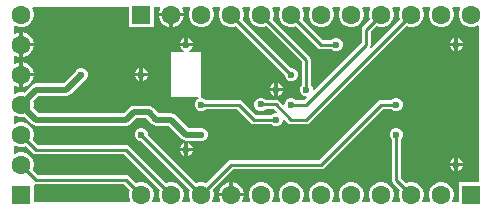
<source format=gbl>
G04*
G04 #@! TF.GenerationSoftware,Altium Limited,Altium Designer,23.5.1 (21)*
G04*
G04 Layer_Physical_Order=2*
G04 Layer_Color=16711680*
%FSLAX25Y25*%
%MOIN*%
G70*
G04*
G04 #@! TF.SameCoordinates,D9CCEF5A-5521-415F-BE8B-602E9C6E1BA1*
G04*
G04*
G04 #@! TF.FilePolarity,Positive*
G04*
G01*
G75*
%ADD42C,0.01000*%
%ADD44C,0.02000*%
%ADD45R,0.06299X0.06299*%
%ADD46C,0.06299*%
%ADD47R,0.06299X0.06299*%
%ADD48C,0.02362*%
G36*
X151402Y67067D02*
X151133Y66602D01*
X150850Y65546D01*
Y64454D01*
X151133Y63398D01*
X151680Y62452D01*
X152452Y61680D01*
X153398Y61133D01*
X154454Y60850D01*
X155546D01*
X156602Y61133D01*
X157067Y61402D01*
X157500Y61152D01*
Y9150D01*
X150850D01*
Y2500D01*
X148848D01*
X148598Y2933D01*
X148867Y3398D01*
X149150Y4454D01*
Y5546D01*
X148867Y6602D01*
X148320Y7548D01*
X147548Y8320D01*
X146602Y8867D01*
X145546Y9150D01*
X144454D01*
X143398Y8867D01*
X142452Y8320D01*
X141680Y7548D01*
X141133Y6602D01*
X140850Y5546D01*
Y4454D01*
X141133Y3398D01*
X141402Y2933D01*
X141152Y2500D01*
X138848D01*
X138598Y2933D01*
X138867Y3398D01*
X139150Y4454D01*
Y5546D01*
X138867Y6602D01*
X138321Y7548D01*
X137548Y8320D01*
X136602Y8867D01*
X135546Y9150D01*
X134454D01*
X133398Y8867D01*
X133334Y8829D01*
X131529Y10633D01*
Y23445D01*
X131849Y23765D01*
X132181Y24566D01*
Y25434D01*
X131849Y26235D01*
X131236Y26849D01*
X130434Y27181D01*
X129566D01*
X128764Y26849D01*
X128151Y26235D01*
X127819Y25434D01*
Y24566D01*
X128151Y23765D01*
X128471Y23445D01*
Y10000D01*
X128587Y9415D01*
X128919Y8919D01*
X131171Y6667D01*
X131133Y6602D01*
X130850Y5546D01*
Y4454D01*
X131133Y3398D01*
X131402Y2933D01*
X131152Y2500D01*
X128848D01*
X128598Y2933D01*
X128867Y3398D01*
X129150Y4454D01*
Y5546D01*
X128867Y6602D01*
X128321Y7548D01*
X127548Y8320D01*
X126602Y8867D01*
X125546Y9150D01*
X124454D01*
X123398Y8867D01*
X122452Y8320D01*
X121679Y7548D01*
X121133Y6602D01*
X120850Y5546D01*
Y4454D01*
X121133Y3398D01*
X121402Y2933D01*
X121152Y2500D01*
X118848D01*
X118598Y2933D01*
X118867Y3398D01*
X119150Y4454D01*
Y5546D01*
X118867Y6602D01*
X118321Y7548D01*
X117548Y8320D01*
X116602Y8867D01*
X115546Y9150D01*
X114454D01*
X113398Y8867D01*
X112452Y8320D01*
X111679Y7548D01*
X111133Y6602D01*
X110850Y5546D01*
Y4454D01*
X111133Y3398D01*
X111402Y2933D01*
X111152Y2500D01*
X108848D01*
X108598Y2933D01*
X108867Y3398D01*
X109150Y4454D01*
Y5546D01*
X108867Y6602D01*
X108320Y7548D01*
X107548Y8320D01*
X106602Y8867D01*
X105546Y9150D01*
X104454D01*
X103398Y8867D01*
X102452Y8320D01*
X101680Y7548D01*
X101133Y6602D01*
X100850Y5546D01*
Y4454D01*
X101133Y3398D01*
X101402Y2933D01*
X101152Y2500D01*
X98848D01*
X98598Y2933D01*
X98867Y3398D01*
X99150Y4454D01*
Y5546D01*
X98867Y6602D01*
X98321Y7548D01*
X97548Y8320D01*
X96602Y8867D01*
X95546Y9150D01*
X94454D01*
X93398Y8867D01*
X92452Y8320D01*
X91680Y7548D01*
X91133Y6602D01*
X90850Y5546D01*
Y4454D01*
X91133Y3398D01*
X91402Y2933D01*
X91152Y2500D01*
X88848D01*
X88598Y2933D01*
X88867Y3398D01*
X89150Y4454D01*
Y5546D01*
X88867Y6602D01*
X88320Y7548D01*
X87548Y8320D01*
X86602Y8867D01*
X85546Y9150D01*
X84454D01*
X83398Y8867D01*
X82452Y8320D01*
X81679Y7548D01*
X81133Y6602D01*
X80850Y5546D01*
Y4454D01*
X81133Y3398D01*
X81402Y2933D01*
X81152Y2500D01*
X78848D01*
X78598Y2933D01*
X78867Y3398D01*
X79135Y4400D01*
X75000D01*
X70865D01*
X71133Y3398D01*
X71402Y2933D01*
X71152Y2500D01*
X68848D01*
X68598Y2933D01*
X68867Y3398D01*
X69150Y4454D01*
Y5546D01*
X68867Y6602D01*
X68829Y6667D01*
X75634Y13471D01*
X105000D01*
X105585Y13587D01*
X106081Y13919D01*
X125634Y33471D01*
X128445D01*
X128764Y33151D01*
X129566Y32819D01*
X130434D01*
X131236Y33151D01*
X131849Y33764D01*
X132181Y34566D01*
Y35434D01*
X131849Y36235D01*
X131236Y36849D01*
X130434Y37181D01*
X129566D01*
X128764Y36849D01*
X128445Y36529D01*
X125000D01*
X124415Y36413D01*
X123919Y36081D01*
X104367Y16529D01*
X75000D01*
X74415Y16413D01*
X73919Y16082D01*
X66667Y8829D01*
X66602Y8867D01*
X65546Y9150D01*
X64454D01*
X63398Y8867D01*
X63333Y8829D01*
X47181Y24982D01*
Y25434D01*
X46849Y26235D01*
X46235Y26849D01*
X45434Y27181D01*
X44566D01*
X43764Y26849D01*
X43151Y26235D01*
X42819Y25434D01*
Y24566D01*
X43151Y23765D01*
X43764Y23151D01*
X44566Y22819D01*
X45018D01*
X61171Y6667D01*
X61133Y6602D01*
X60850Y5546D01*
Y4454D01*
X61133Y3398D01*
X61402Y2933D01*
X61152Y2500D01*
X58848D01*
X58598Y2933D01*
X58867Y3398D01*
X59150Y4454D01*
Y5546D01*
X58867Y6602D01*
X58320Y7548D01*
X57548Y8320D01*
X56602Y8867D01*
X55546Y9150D01*
X54454D01*
X53398Y8867D01*
X53333Y8829D01*
X41081Y21081D01*
X40585Y21413D01*
X40000Y21529D01*
X10633D01*
X8829Y23334D01*
X8867Y23398D01*
X9150Y24454D01*
Y25546D01*
X8867Y26602D01*
X8320Y27548D01*
X7548Y28321D01*
X6602Y28867D01*
X5546Y29150D01*
X4454D01*
X3398Y28867D01*
X2933Y28598D01*
X2500Y28848D01*
Y31152D01*
X2933Y31402D01*
X3398Y31133D01*
X4454Y30850D01*
X5546D01*
X6114Y31002D01*
X8558Y28558D01*
X9220Y28116D01*
X10000Y27961D01*
X40000D01*
X40780Y28116D01*
X41442Y28558D01*
X43345Y30461D01*
X46655D01*
X48558Y28558D01*
X49220Y28116D01*
X50000Y27961D01*
X54155D01*
X58558Y23558D01*
X59220Y23116D01*
X60000Y22961D01*
X64223D01*
X64566Y22819D01*
X65434D01*
X66236Y23151D01*
X66849Y23765D01*
X67181Y24566D01*
Y25434D01*
X66849Y26235D01*
X66236Y26849D01*
X65434Y27181D01*
X64566D01*
X64223Y27039D01*
X60845D01*
X56442Y31442D01*
X55780Y31884D01*
X55000Y32039D01*
X50845D01*
X48942Y33942D01*
X48280Y34384D01*
X47500Y34539D01*
X42500D01*
X41720Y34384D01*
X41058Y33942D01*
X39155Y32039D01*
X10845D01*
X8998Y33886D01*
X9150Y34454D01*
Y35546D01*
X8998Y36114D01*
X10845Y37961D01*
X20000D01*
X20780Y38116D01*
X21442Y38558D01*
X25893Y43009D01*
X26235Y43151D01*
X26849Y43764D01*
X27181Y44566D01*
Y45434D01*
X26849Y46235D01*
X26235Y46849D01*
X25434Y47181D01*
X24566D01*
X23765Y46849D01*
X23151Y46235D01*
X23009Y45893D01*
X19155Y42039D01*
X10000D01*
X9220Y41884D01*
X8558Y41442D01*
X6114Y38998D01*
X5546Y39150D01*
X4454D01*
X3398Y38867D01*
X2933Y38598D01*
X2500Y38848D01*
Y41152D01*
X2933Y41402D01*
X3398Y41133D01*
X4400Y40865D01*
Y45000D01*
Y49135D01*
X3398Y48867D01*
X2933Y48598D01*
X2500Y48848D01*
Y51152D01*
X2933Y51402D01*
X3398Y51133D01*
X4400Y50865D01*
Y55000D01*
Y59135D01*
X3398Y58867D01*
X2933Y58598D01*
X2500Y58848D01*
Y61152D01*
X2933Y61402D01*
X3398Y61133D01*
X4454Y60850D01*
X5546D01*
X6602Y61133D01*
X7548Y61680D01*
X8320Y62452D01*
X8867Y63398D01*
X9150Y64454D01*
Y65546D01*
X8867Y66602D01*
X8598Y67067D01*
X8848Y67500D01*
X40850D01*
Y60850D01*
X49150D01*
Y67500D01*
X51152D01*
X51402Y67067D01*
X51133Y66602D01*
X50865Y65600D01*
X59135D01*
X58867Y66602D01*
X58598Y67067D01*
X58848Y67500D01*
X61152D01*
X61402Y67067D01*
X61133Y66602D01*
X60850Y65546D01*
Y64454D01*
X61133Y63398D01*
X61680Y62452D01*
X62452Y61680D01*
X63398Y61133D01*
X64454Y60850D01*
X65546D01*
X66602Y61133D01*
X67548Y61680D01*
X68321Y62452D01*
X68867Y63398D01*
X69150Y64454D01*
Y65546D01*
X68867Y66602D01*
X68598Y67067D01*
X68848Y67500D01*
X71152D01*
X71402Y67067D01*
X71133Y66602D01*
X70850Y65546D01*
Y64454D01*
X71133Y63398D01*
X71680Y62452D01*
X72452Y61680D01*
X73398Y61133D01*
X74454Y60850D01*
X75546D01*
X76602Y61133D01*
X76666Y61171D01*
X92819Y45018D01*
Y44566D01*
X93151Y43764D01*
X93765Y43151D01*
X94566Y42819D01*
X95434D01*
X96236Y43151D01*
X96849Y43764D01*
X97181Y44566D01*
Y45434D01*
X96849Y46235D01*
X96236Y46849D01*
X95434Y47181D01*
X94982D01*
X78829Y63333D01*
X78867Y63398D01*
X79150Y64454D01*
Y65546D01*
X78867Y66602D01*
X78598Y67067D01*
X78848Y67500D01*
X81152D01*
X81402Y67067D01*
X81133Y66602D01*
X80850Y65546D01*
Y64454D01*
X81133Y63398D01*
X81679Y62452D01*
X82452Y61680D01*
X83398Y61133D01*
X84454Y60850D01*
X85546D01*
X86602Y61133D01*
X86667Y61171D01*
X98471Y49367D01*
Y41555D01*
X98151Y41236D01*
X97819Y40434D01*
Y39566D01*
X98151Y38765D01*
X98764Y38151D01*
X99566Y37819D01*
X99949D01*
X100156Y37319D01*
X99366Y36529D01*
X96555D01*
X96236Y36849D01*
X95434Y37181D01*
X94566D01*
X93765Y36849D01*
X93151Y36235D01*
X92819Y35434D01*
Y35051D01*
X92319Y34844D01*
X90992Y36171D01*
X90496Y36503D01*
X89910Y36619D01*
X86465D01*
X86146Y36939D01*
X85344Y37271D01*
X84476D01*
X83675Y36939D01*
X83061Y36325D01*
X82729Y35524D01*
Y34656D01*
X83061Y33854D01*
X83675Y33241D01*
X84476Y32909D01*
X85344D01*
X86146Y33241D01*
X86465Y33560D01*
X89277D01*
X90156Y32681D01*
X89949Y32181D01*
X89566D01*
X88765Y31849D01*
X88445Y31529D01*
X83134D01*
X78581Y36081D01*
X78085Y36413D01*
X77500Y36529D01*
X66555D01*
X66236Y36849D01*
X65434Y37181D01*
X65368D01*
X65000Y37500D01*
X65000Y37681D01*
Y52500D01*
X60970D01*
X60871Y53000D01*
X61235Y53151D01*
X61849Y53764D01*
X62112Y54400D01*
X57888D01*
X58151Y53764D01*
X58764Y53151D01*
X59129Y53000D01*
X59030Y52500D01*
X55000D01*
Y37500D01*
X64030D01*
X64129Y37000D01*
X63765Y36849D01*
X63151Y36235D01*
X62819Y35434D01*
Y34566D01*
X63151Y33764D01*
X63765Y33151D01*
X64566Y32819D01*
X65434D01*
X66236Y33151D01*
X66555Y33471D01*
X76867D01*
X81419Y28919D01*
X81915Y28587D01*
X82500Y28471D01*
X88445D01*
X88765Y28151D01*
X89566Y27819D01*
X90434D01*
X91236Y28151D01*
X91849Y28765D01*
X92181Y29566D01*
Y29949D01*
X92681Y30156D01*
X93919Y28919D01*
X94415Y28587D01*
X95000Y28471D01*
X100000D01*
X100585Y28587D01*
X101081Y28919D01*
X133334Y61171D01*
X133398Y61133D01*
X134454Y60850D01*
X135546D01*
X136602Y61133D01*
X137548Y61680D01*
X138321Y62452D01*
X138867Y63398D01*
X139150Y64454D01*
Y65546D01*
X138867Y66602D01*
X138598Y67067D01*
X138848Y67500D01*
X141152D01*
X141402Y67067D01*
X141133Y66602D01*
X140850Y65546D01*
Y64454D01*
X141133Y63398D01*
X141680Y62452D01*
X142452Y61680D01*
X143398Y61133D01*
X144454Y60850D01*
X145546D01*
X146602Y61133D01*
X147548Y61680D01*
X148320Y62452D01*
X148867Y63398D01*
X149150Y64454D01*
Y65546D01*
X148867Y66602D01*
X148598Y67067D01*
X148848Y67500D01*
X151152D01*
X151402Y67067D01*
D02*
G37*
G36*
X131402D02*
X131133Y66602D01*
X130850Y65546D01*
Y64454D01*
X131133Y63398D01*
X131171Y63333D01*
X121536Y53699D01*
X121148Y54018D01*
X121413Y54415D01*
X121529Y55000D01*
Y59367D01*
X123334Y61171D01*
X123398Y61133D01*
X124454Y60850D01*
X125546D01*
X126602Y61133D01*
X127548Y61680D01*
X128321Y62452D01*
X128867Y63398D01*
X129150Y64454D01*
Y65546D01*
X128867Y66602D01*
X128598Y67067D01*
X128848Y67500D01*
X131152D01*
X131402Y67067D01*
D02*
G37*
G36*
X121402D02*
X121133Y66602D01*
X120850Y65546D01*
Y64454D01*
X121133Y63398D01*
X121171Y63333D01*
X118919Y61081D01*
X118587Y60585D01*
X118471Y60000D01*
Y55633D01*
X102681Y39844D01*
X102181Y40051D01*
Y40434D01*
X101849Y41236D01*
X101529Y41555D01*
Y50000D01*
X101413Y50585D01*
X101081Y51081D01*
X88829Y63333D01*
X88867Y63398D01*
X89150Y64454D01*
Y65546D01*
X88867Y66602D01*
X88598Y67067D01*
X88848Y67500D01*
X91152D01*
X91402Y67067D01*
X91133Y66602D01*
X90850Y65546D01*
Y64454D01*
X91133Y63398D01*
X91680Y62452D01*
X92452Y61680D01*
X93398Y61133D01*
X94454Y60850D01*
X95546D01*
X96602Y61133D01*
X96667Y61171D01*
X103919Y53919D01*
X104415Y53587D01*
X105000Y53471D01*
X108445D01*
X108765Y53151D01*
X109566Y52819D01*
X110434D01*
X111235Y53151D01*
X111849Y53764D01*
X112181Y54566D01*
Y55434D01*
X111849Y56235D01*
X111235Y56849D01*
X110434Y57181D01*
X109566D01*
X108765Y56849D01*
X108445Y56529D01*
X105633D01*
X98829Y63333D01*
X98867Y63398D01*
X99150Y64454D01*
Y65546D01*
X98867Y66602D01*
X98598Y67067D01*
X98848Y67500D01*
X101152D01*
X101402Y67067D01*
X101133Y66602D01*
X100850Y65546D01*
Y64454D01*
X101133Y63398D01*
X101680Y62452D01*
X102452Y61680D01*
X103398Y61133D01*
X104454Y60850D01*
X105546D01*
X106602Y61133D01*
X107548Y61680D01*
X108320Y62452D01*
X108867Y63398D01*
X109150Y64454D01*
Y65546D01*
X108867Y66602D01*
X108598Y67067D01*
X108848Y67500D01*
X111152D01*
X111402Y67067D01*
X111133Y66602D01*
X110850Y65546D01*
Y64454D01*
X111133Y63398D01*
X111679Y62452D01*
X112452Y61680D01*
X113398Y61133D01*
X114454Y60850D01*
X115546D01*
X116602Y61133D01*
X117548Y61680D01*
X118321Y62452D01*
X118867Y63398D01*
X119150Y64454D01*
Y65546D01*
X118867Y66602D01*
X118598Y67067D01*
X118848Y67500D01*
X121152D01*
X121402Y67067D01*
D02*
G37*
G36*
X3398Y21133D02*
X4454Y20850D01*
X5546D01*
X6602Y21133D01*
X6667Y21171D01*
X8919Y18919D01*
X9415Y18587D01*
X10000Y18471D01*
X39366D01*
X51171Y6667D01*
X51133Y6602D01*
X50850Y5546D01*
Y4454D01*
X51133Y3398D01*
X51402Y2933D01*
X51152Y2500D01*
X48848D01*
X48598Y2933D01*
X48867Y3398D01*
X49150Y4454D01*
Y5546D01*
X48867Y6602D01*
X48320Y7548D01*
X47548Y8320D01*
X46602Y8867D01*
X45546Y9150D01*
X44454D01*
X43398Y8867D01*
X43334Y8829D01*
X41081Y11081D01*
X40585Y11413D01*
X40000Y11529D01*
X10633D01*
X8829Y13333D01*
X8867Y13398D01*
X9150Y14454D01*
Y15546D01*
X8867Y16602D01*
X8320Y17548D01*
X7548Y18320D01*
X6602Y18867D01*
X5546Y19150D01*
X4454D01*
X3398Y18867D01*
X2933Y18598D01*
X2500Y18848D01*
Y21152D01*
X2933Y21402D01*
X3398Y21133D01*
D02*
G37*
G36*
X10000Y8471D02*
X39366D01*
X41171Y6667D01*
X41133Y6602D01*
X40850Y5546D01*
Y4454D01*
X41133Y3398D01*
X41402Y2933D01*
X41152Y2500D01*
X9150D01*
Y8209D01*
X9650Y8540D01*
X10000Y8471D01*
D02*
G37*
%LPC*%
G36*
X59135Y64400D02*
X55600D01*
Y60865D01*
X56602Y61133D01*
X57548Y61680D01*
X58320Y62452D01*
X58867Y63398D01*
X59135Y64400D01*
D02*
G37*
G36*
X54400D02*
X50865D01*
X51133Y63398D01*
X51679Y62452D01*
X52452Y61680D01*
X53398Y61133D01*
X54400Y60865D01*
Y64400D01*
D02*
G37*
G36*
X5600Y59135D02*
Y55600D01*
X9135D01*
X8867Y56602D01*
X8320Y57548D01*
X7548Y58320D01*
X6602Y58867D01*
X5600Y59135D01*
D02*
G37*
G36*
X150600Y57112D02*
Y55600D01*
X152112D01*
X151849Y56235D01*
X151235Y56849D01*
X150600Y57112D01*
D02*
G37*
G36*
X149400D02*
X148765Y56849D01*
X148151Y56235D01*
X147888Y55600D01*
X149400D01*
Y57112D01*
D02*
G37*
G36*
X60600D02*
Y55600D01*
X62112D01*
X61849Y56235D01*
X61235Y56849D01*
X60600Y57112D01*
D02*
G37*
G36*
X59400D02*
X58764Y56849D01*
X58151Y56235D01*
X57888Y55600D01*
X59400D01*
Y57112D01*
D02*
G37*
G36*
X152112Y54400D02*
X150600D01*
Y52888D01*
X151235Y53151D01*
X151849Y53764D01*
X152112Y54400D01*
D02*
G37*
G36*
X149400D02*
X147888D01*
X148151Y53764D01*
X148765Y53151D01*
X149400Y52888D01*
Y54400D01*
D02*
G37*
G36*
X9135D02*
X5600D01*
Y50865D01*
X6602Y51133D01*
X7548Y51679D01*
X8320Y52452D01*
X8867Y53398D01*
X9135Y54400D01*
D02*
G37*
G36*
X5600Y49135D02*
Y45600D01*
X9135D01*
X8867Y46602D01*
X8320Y47548D01*
X7548Y48320D01*
X6602Y48867D01*
X5600Y49135D01*
D02*
G37*
G36*
X45600Y47112D02*
Y45600D01*
X47112D01*
X46849Y46235D01*
X46235Y46849D01*
X45600Y47112D01*
D02*
G37*
G36*
X44400D02*
X43764Y46849D01*
X43151Y46235D01*
X42888Y45600D01*
X44400D01*
Y47112D01*
D02*
G37*
G36*
X47112Y44400D02*
X45600D01*
Y42888D01*
X46235Y43151D01*
X46849Y43764D01*
X47112Y44400D01*
D02*
G37*
G36*
X44400D02*
X42888D01*
X43151Y43764D01*
X43764Y43151D01*
X44400Y42888D01*
Y44400D01*
D02*
G37*
G36*
X9135D02*
X5600D01*
Y40865D01*
X6602Y41133D01*
X7548Y41679D01*
X8320Y42452D01*
X8867Y43398D01*
X9135Y44400D01*
D02*
G37*
G36*
X90600Y42112D02*
Y40600D01*
X92112D01*
X91849Y41236D01*
X91236Y41849D01*
X90600Y42112D01*
D02*
G37*
G36*
X89400D02*
X88765Y41849D01*
X88151Y41236D01*
X87888Y40600D01*
X89400D01*
Y42112D01*
D02*
G37*
G36*
X92112Y39400D02*
X90600D01*
Y37888D01*
X91236Y38151D01*
X91849Y38765D01*
X92112Y39400D01*
D02*
G37*
G36*
X89400D02*
X87888D01*
X88151Y38765D01*
X88765Y38151D01*
X89400Y37888D01*
Y39400D01*
D02*
G37*
G36*
X60600Y22112D02*
Y20600D01*
X62112D01*
X61849Y21236D01*
X61235Y21849D01*
X60600Y22112D01*
D02*
G37*
G36*
X59400D02*
X58764Y21849D01*
X58151Y21236D01*
X57888Y20600D01*
X59400D01*
Y22112D01*
D02*
G37*
G36*
X62112Y19400D02*
X60600D01*
Y17888D01*
X61235Y18151D01*
X61849Y18765D01*
X62112Y19400D01*
D02*
G37*
G36*
X59400D02*
X57888D01*
X58151Y18765D01*
X58764Y18151D01*
X59400Y17888D01*
Y19400D01*
D02*
G37*
G36*
X150600Y17112D02*
Y15600D01*
X152112D01*
X151849Y16236D01*
X151235Y16849D01*
X150600Y17112D01*
D02*
G37*
G36*
X149400D02*
X148765Y16849D01*
X148151Y16236D01*
X147888Y15600D01*
X149400D01*
Y17112D01*
D02*
G37*
G36*
X152112Y14400D02*
X150600D01*
Y12888D01*
X151235Y13151D01*
X151849Y13765D01*
X152112Y14400D01*
D02*
G37*
G36*
X149400D02*
X147888D01*
X148151Y13765D01*
X148765Y13151D01*
X149400Y12888D01*
Y14400D01*
D02*
G37*
G36*
X75600Y9135D02*
Y5600D01*
X79135D01*
X78867Y6602D01*
X78320Y7548D01*
X77548Y8320D01*
X76602Y8867D01*
X75600Y9135D01*
D02*
G37*
G36*
X74400D02*
X73398Y8867D01*
X72452Y8320D01*
X71680Y7548D01*
X71133Y6602D01*
X70865Y5600D01*
X74400D01*
Y9135D01*
D02*
G37*
%LPD*%
D42*
X65000Y35000D02*
X77500D01*
X82500Y30000D02*
X90000D01*
X77500Y35000D02*
X82500Y30000D01*
X105000Y15000D02*
X125000Y35000D01*
X75000Y15000D02*
X105000D01*
X125000Y35000D02*
X130000D01*
X45000Y25000D02*
X65000Y5000D01*
X5000Y25000D02*
X10000Y20000D01*
X40000D02*
X55000Y5000D01*
X10000Y20000D02*
X40000D01*
X84910Y35090D02*
X89910D01*
X5000Y15000D02*
X10000Y10000D01*
X40000D02*
X45000Y5000D01*
X10000Y10000D02*
X40000D01*
X130000D02*
X135000Y5000D01*
X130000Y10000D02*
Y25000D01*
X105000Y55000D02*
X110000D01*
X65000Y5000D02*
X75000Y15000D01*
X100000Y35000D02*
X120000Y55000D01*
Y60000D01*
X125000Y65000D01*
X95000Y35000D02*
X100000D01*
Y40000D02*
Y50000D01*
X95000Y65000D02*
X105000Y55000D01*
X89910Y35090D02*
X95000Y30000D01*
X85000Y65000D02*
X100000Y50000D01*
X75000Y65000D02*
X95000Y45000D01*
Y30000D02*
X100000D01*
X135000Y65000D01*
D44*
X60000Y25000D02*
X65000D01*
X20000Y40000D02*
X25000Y45000D01*
X50000Y30000D02*
X55000D01*
X60000Y25000D01*
X47500Y32500D02*
X50000Y30000D01*
X42500Y32500D02*
X47500D01*
X10000Y30000D02*
X40000D01*
X42500Y32500D01*
X5000Y35000D02*
X10000Y40000D01*
X20000D01*
X5000Y35000D02*
X10000Y30000D01*
D45*
X155000Y5000D02*
D03*
X45000Y65000D02*
D03*
D46*
X145000Y5000D02*
D03*
X135000D02*
D03*
X125000D02*
D03*
X115000D02*
D03*
X105000D02*
D03*
X95000D02*
D03*
X85000D02*
D03*
X75000D02*
D03*
X65000D02*
D03*
X55000D02*
D03*
X45000D02*
D03*
X55000Y65000D02*
D03*
X65000D02*
D03*
X75000D02*
D03*
X85000D02*
D03*
X95000D02*
D03*
X105000D02*
D03*
X115000D02*
D03*
X125000D02*
D03*
X135000D02*
D03*
X145000D02*
D03*
X155000D02*
D03*
X5000Y55000D02*
D03*
Y45000D02*
D03*
Y35000D02*
D03*
Y25000D02*
D03*
Y15000D02*
D03*
Y65000D02*
D03*
D47*
Y5000D02*
D03*
D48*
X65000Y35000D02*
D03*
Y25000D02*
D03*
X45000Y45000D02*
D03*
X25000D02*
D03*
X45000Y25000D02*
D03*
X60000Y20000D02*
D03*
Y55000D02*
D03*
X84910Y35090D02*
D03*
X130000Y25000D02*
D03*
X150000Y55000D02*
D03*
X110000D02*
D03*
X100000Y40000D02*
D03*
X95000Y35000D02*
D03*
X90000Y30000D02*
D03*
X130000Y35000D02*
D03*
X150000Y15000D02*
D03*
X90000Y40000D02*
D03*
X95000Y45000D02*
D03*
M02*

</source>
